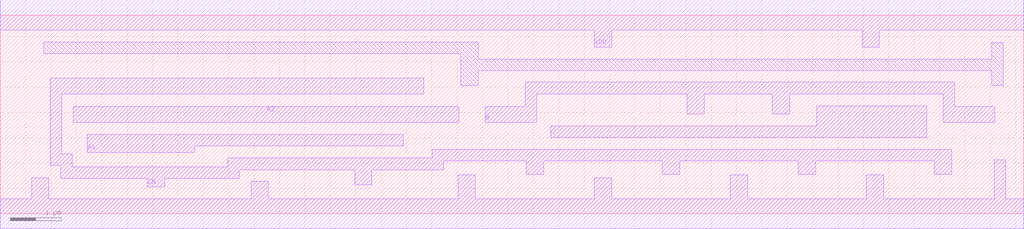
<source format=lef>
# Copyright 2022 GlobalFoundries PDK Authors
#
# Licensed under the Apache License, Version 2.0 (the "License");
# you may not use this file except in compliance with the License.
# You may obtain a copy of the License at
#
#      http://www.apache.org/licenses/LICENSE-2.0
#
# Unless required by applicable law or agreed to in writing, software
# distributed under the License is distributed on an "AS IS" BASIS,
# WITHOUT WARRANTIES OR CONDITIONS OF ANY KIND, either express or implied.
# See the License for the specific language governing permissions and
# limitations under the License.

MACRO gf180mcu_fd_sc_mcu7t5v0__aoi211_4
  CLASS core ;
  FOREIGN gf180mcu_fd_sc_mcu7t5v0__aoi211_4 0.0 0.0 ;
  ORIGIN 0 0 ;
  SYMMETRY X Y ;
  SITE GF018hv5v_mcu_sc7 ;
  SIZE 20.16 BY 3.92 ;
  PIN A1
    DIRECTION INPUT ;
    ANTENNAGATEAREA 4.288 ;
    PORT
      LAYER Metal1 ;
        POLYGON 1.71 1.21 3.83 1.21 3.83 1.34 7.935 1.34 7.935 1.57 1.71 1.57  ;
    END
  END A1
  PIN A2
    DIRECTION INPUT ;
    ANTENNAGATEAREA 4.288 ;
    PORT
      LAYER Metal1 ;
        POLYGON 1.44 1.8 9.035 1.8 9.035 2.12 1.44 2.12  ;
    END
  END A2
  PIN B
    DIRECTION INPUT ;
    ANTENNAGATEAREA 3.544 ;
    PORT
      LAYER Metal1 ;
        POLYGON 9.55 1.8 10.57 1.8 10.57 2.36 13.53 2.36 13.53 1.965 13.87 1.965 13.87 2.36 15.205 2.36 15.205 1.965 15.545 1.965 15.545 2.36 18.57 2.36 18.57 1.8 19.59 1.8 19.59 2.12 18.8 2.12 18.8 2.595 10.34 2.595 10.34 2.12 9.55 2.12  ;
    END
  END B
  PIN C
    DIRECTION INPUT ;
    ANTENNAGATEAREA 3.544 ;
    PORT
      LAYER Metal1 ;
        POLYGON 10.84 1.505 18.25 1.505 18.25 2.13 16.08 2.13 16.08 1.735 10.84 1.735  ;
    END
  END C
  PIN ZN
    DIRECTION OUTPUT ;
    ANTENNADIFFAREA 4.2952 ;
    PORT
      LAYER Metal1 ;
        POLYGON 0.98 0.955 1.19 0.955 1.19 0.7 2.9 0.7 2.9 0.53 3.24 0.53 3.24 0.7 4.71 0.7 4.71 0.87 6.98 0.87 6.98 0.575 7.32 0.575 7.32 0.87 8.735 0.87 8.735 1.045 10.36 1.045 10.36 0.775 10.7 0.775 10.7 1.045 13.04 1.045 13.04 0.775 13.38 0.775 13.38 1.045 15.72 1.045 15.72 0.775 16.06 0.775 16.06 1.045 18.4 1.045 18.4 0.775 18.74 0.775 18.74 1.275 8.505 1.275 8.505 1.1 4.48 1.1 4.48 0.93 1.42 0.93 1.42 1.185 1.21 1.185 1.21 2.36 8.34 2.36 8.34 2.68 0.98 2.68  ;
    END
  END ZN
  PIN VDD
    DIRECTION INOUT ;
    USE power ;
    SHAPE ABUTMENT ;
    PORT
      LAYER Metal1 ;
        POLYGON 0 3.62 11.7 3.62 11.7 3.285 12.04 3.285 12.04 3.62 16.975 3.62 16.975 3.285 17.315 3.285 17.315 3.62 19.755 3.62 20.16 3.62 20.16 4.22 19.755 4.22 0 4.22  ;
    END
  END VDD
  PIN VSS
    DIRECTION INOUT ;
    USE ground ;
    SHAPE ABUTMENT ;
    PORT
      LAYER Metal1 ;
        POLYGON 0 -0.3 20.16 -0.3 20.16 0.3 19.805 0.3 19.805 1.06 19.575 1.06 19.575 0.3 17.4 0.3 17.4 0.765 17.06 0.765 17.06 0.3 14.72 0.3 14.72 0.765 14.38 0.765 14.38 0.3 12.04 0.3 12.04 0.71 11.7 0.71 11.7 0.3 9.36 0.3 9.36 0.765 9.02 0.765 9.02 0.3 5.28 0.3 5.28 0.64 4.94 0.64 4.94 0.3 0.96 0.3 0.96 0.71 0.62 0.71 0.62 0.3 0 0.3  ;
    END
  END VSS
  OBS
      LAYER Metal1 ;
        POLYGON 0.86 3.16 9.07 3.16 9.07 2.53 9.41 2.53 9.41 2.825 19.525 2.825 19.525 2.53 19.755 2.53 19.755 3.38 19.525 3.38 19.525 3.055 9.41 3.055 9.41 3.39 0.86 3.39  ;
  END
END gf180mcu_fd_sc_mcu7t5v0__aoi211_4

</source>
